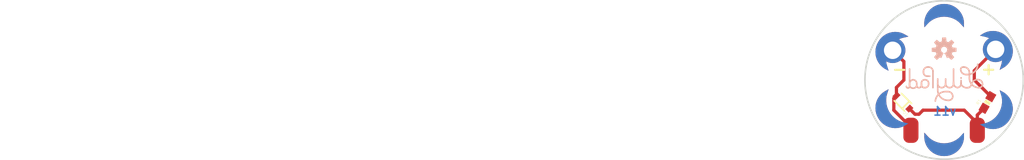
<source format=kicad_pcb>
(kicad_pcb (version 20211014) (generator pcbnew)
  (layers (0 "F.Cu" signal) (31 "B.Cu" signal) (34 "B.Paste" user) (35 "F.Paste" user) (36 "B.SilkS" user "B.Silkscreen") (37 "F.SilkS" user "F.Silkscreen") (38 "B.Mask" user) (39 "F.Mask" user) (44 "Edge.Cuts" user))
  (net 0 "")
  (net 1 "N$1")
  (net 2 "5V")
  (net 3 "GND")
  (footprint "boardEagle:0603-RES" (layer "F.Cu") (at 153.9671 107.8366 60)
    (fp_text reference "R1" (at -0.889 -0.761999 60) (layer "F.SilkS") (effects (font (size 0.373888 0.373888) (thickness 0.032512)) (justify left bottom)))
    (fp_text value "33")
    (fp_poly (pts (xy -0.2286 0.381) (xy 0.2286 0.381) (xy 0.2286 -0.381) (xy -0.2286 -0.381)) (layer "F.SilkS") (width 0) (fill solid))
    (pad "1" smd rect (at -0.85 0 60) (size 1.1 1) (layers "F.Cu" "F.Paste" "F.Mask") (net 1 "N$1"))
    (pad "2" smd rect (at 0.85 0 60) (size 1.1 1) (layers "F.Cu" "F.Paste" "F.Mask") (net 2 "5V"))
  )
  (footprint "boardEagle:PETAL-SMALL-2SIDE" (layer "F.Cu") (at 142.0011 101.2536 -120)
    (fp_text reference "VIBE-0" hide)
    (fp_text value "SEWTAP6" hide)
    (fp_poly (pts (xy -1.854655 -0.173117) (xy -1.587233 0.02496) (xy -1.296131 0.192254) (xy -0.987629 0.324761) (xy -0.665876 0.420699) (xy -0.335186 0.478783) (xy -0.000001 0.49823) (xy 0.335185 0.478783) (xy 0.665875 0.4207) (xy 0.987628 0.324762) (xy 1.29613 0.192254) (xy 1.587231 0.024961) (xy 1.857026 -0.174874) (xy 2.101909 -0.404578) (xy 2.32514 -0.668824) (xy 2.493638 -0.837322) (xy 2.51214 -0.289809) (xy 2.481402 0.029121) (xy 2.409619 0.341384) (xy 2.298003 0.641723) (xy 2.148431 0.925078) (xy 1.963424 1.186677) (xy 1.746098 1.422114) (xy 1.500112 1.627423) (xy 1.22961 1.799149) (xy 0.939146 1.934398) (xy 0.633613 2.030893) (xy 0.318157 2.087007) (xy 0.002347 2.1016) (xy -0.002346 2.1016) (xy -0.318157 2.087008) (xy -0.633613 2.030893) (xy -0.939146 1.934399) (xy -1.22961 1.79915) (xy -1.500112 1.627424) (xy -1.746098 1.422115) (xy -1.963425 1.186678) (xy -2.148432 0.925079) (xy -2.298003 0.641724) (xy -2.409619 0.341385) (xy -2.481402 0.029122) (xy -2.512141 -0.289808) (xy -2.5016 -0.601715) (xy -2.5016 -0.854591)) (layer "F.Cu") (width 0) (fill solid))
    (fp_poly (pts (xy 2.5016 -0.601715) (xy 2.512141 -0.289808) (xy 2.481402 0.029122) (xy 2.409619 0.341385) (xy 2.298003 0.641724) (xy 2.148432 0.925079) (xy 1.963425 1.186678) (xy 1.746098 1.422115) (xy 1.500112 1.627424) (xy 1.22961 1.79915) (xy 0.939146 1.934399) (xy 0.633613 2.030893) (xy 0.318157 2.087008) (xy 0.002346 2.1016) (xy -0.002347 2.1016) (xy -0.318157 2.087007) (xy -0.633613 2.030893) (xy -0.939146 1.934398) (xy -1.22961 1.799149) (xy -1.500112 1.627423) (xy -1.746098 1.422114) (xy -1.963424 1.186677) (xy -2.148431 0.925078) (xy -2.298003 0.641723) (xy -2.409619 0.341384) (xy -2.482146 0.025885) (xy -2.50954 -0.853224) (xy -2.32514 -0.668824) (xy -2.101909 -0.404578) (xy -1.857026 -0.174874) (xy -1.587231 0.024961) (xy -1.29613 0.192254) (xy -0.987628 0.324762) (xy -0.665875 0.4207) (xy -0.335185 0.478783) (xy 0.000001 0.49823) (xy 0.335186 0.478783) (xy 0.665876 0.420699) (xy 0.987629 0.324761) (xy 1.296131 0.192254) (xy 1.587233 0.02496) (xy 1.854655 -0.173117) (xy 2.5016 -0.854591)) (layer "B.Cu") (width 0) (fill solid))
    (pad "1" thru_hole circle (at 0 0 330) (size 3.216 3.216) (drill 2.2) (layers *.Cu *.Mask) (net 3 "GND"))
  )
  (footprint "boardEagle:PETAL-NOHOLE-2SIDE" (layer "F.Cu") (at 142.0011 108.7536 -60)
    (fp_text reference "VIBE1" hide)
    (fp_text value "SEWTAP-NOHOLE2" hide)
    (fp_poly (pts (xy -1.854655 -0.173117) (xy -1.587233 0.02496) (xy -1.296131 0.192254) (xy -0.987629 0.324761) (xy -0.665876 0.420699) (xy -0.335186 0.478783) (xy -0.000001 0.49823) (xy 0.335185 0.478783) (xy 0.665875 0.4207) (xy 0.987628 0.324762) (xy 1.29613 0.192254) (xy 1.587231 0.024961) (xy 1.857026 -0.174874) (xy 2.101909 -0.404578) (xy 2.32514 -0.668824) (xy 2.493638 -0.837322) (xy 2.51214 -0.289809) (xy 2.481402 0.029121) (xy 2.409619 0.341384) (xy 2.298003 0.641723) (xy 2.148431 0.925078) (xy 1.963424 1.186677) (xy 1.746098 1.422114) (xy 1.500112 1.627423) (xy 1.22961 1.799149) (xy 0.939146 1.934398) (xy 0.633613 2.030893) (xy 0.318157 2.087007) (xy 0.002347 2.1016) (xy -0.002346 2.1016) (xy -0.318157 2.087008) (xy -0.633613 2.030893) (xy -0.939146 1.934399) (xy -1.22961 1.79915) (xy -1.500112 1.627424) (xy -1.746098 1.422115) (xy -1.963425 1.186678) (xy -2.148432 0.925079) (xy -2.298003 0.641724) (xy -2.409619 0.341385) (xy -2.481402 0.029122) (xy -2.512141 -0.289808) (xy -2.5016 -0.601715) (xy -2.5016 -0.854591)) (layer "F.Cu") (width 0) (fill solid))
    (fp_poly (pts (xy 2.5016 -0.601715) (xy 2.512141 -0.289808) (xy 2.481402 0.029122) (xy 2.409619 0.341385) (xy 2.298003 0.641724) (xy 2.148432 0.925079) (xy 1.963425 1.186678) (xy 1.746098 1.422115) (xy 1.500112 1.627424) (xy 1.22961 1.79915) (xy 0.939146 1.934399) (xy 0.633613 2.030893) (xy 0.318157 2.087008) (xy 0.002346 2.1016) (xy -0.002347 2.1016) (xy -0.318157 2.087007) (xy -0.633613 2.030893) (xy -0.939146 1.934398) (xy -1.22961 1.799149) (xy -1.500112 1.627423) (xy -1.746098 1.422114) (xy -1.963424 1.186677) (xy -2.148431 0.925078) (xy -2.298003 0.641723) (xy -2.409619 0.341384) (xy -2.482146 0.025885) (xy -2.50954 -0.853224) (xy -2.32514 -0.668824) (xy -2.101909 -0.404578) (xy -1.857026 -0.174874) (xy -1.587231 0.024961) (xy -1.29613 0.192254) (xy -0.987628 0.324762) (xy -0.665875 0.4207) (xy -0.335185 0.478783) (xy 0.000001 0.49823) (xy 0.335186 0.478783) (xy 0.665876 0.420699) (xy 0.987629 0.324761) (xy 1.296131 0.192254) (xy 1.587233 0.02496) (xy 1.854655 -0.173117) (xy 2.5016 -0.854591)) (layer "B.Cu") (width 0) (fill solid))
  )
  (footprint "boardEagle:PETAL-NOHOLE-2SIDE-SPECIAL-W-MASK" (layer "F.Cu") (at 148.5011 112.5036)
    (fp_text reference "VIBE2" hide)
    (fp_text value "SEWTAP-NOHOLEW-MASK" hide)
    (fp_poly (pts (xy -1.854655 -0.173117) (xy -1.587233 0.02496) (xy -1.296131 0.192254) (xy -0.987629 0.324761) (xy -0.665876 0.420699) (xy -0.335186 0.478783) (xy -0.000001 0.49823) (xy 0.335185 0.478783) (xy 0.665875 0.4207) (xy 0.987628 0.324762) (xy 1.29613 0.192254) (xy 1.587231 0.024961) (xy 1.857026 -0.174874) (xy 2.101909 -0.404578) (xy 2.32514 -0.668824) (xy 2.493638 -0.837322) (xy 2.51214 -0.289809) (xy 2.481402 0.029121) (xy 2.409619 0.341384) (xy 2.298003 0.641723) (xy 2.148431 0.925078) (xy 1.963424 1.186677) (xy 1.746098 1.422114) (xy 1.500112 1.627423) (xy 1.22961 1.799149) (xy 0.939146 1.934398) (xy 0.633613 2.030893) (xy 0.318157 2.087007) (xy 0.002347 2.1016) (xy -0.002346 2.1016) (xy -0.318157 2.087008) (xy -0.633613 2.030893) (xy -0.939146 1.934399) (xy -1.22961 1.79915) (xy -1.500112 1.627424) (xy -1.746098 1.422115) (xy -1.963425 1.186678) (xy -2.148432 0.925079) (xy -2.298003 0.641724) (xy -2.409619 0.341385) (xy -2.481402 0.029122) (xy -2.512141 -0.289808) (xy -2.5016 -0.601715) (xy -2.5016 -0.854591)) (layer "F.Cu") (width 0) (fill solid))
    (fp_poly (pts (xy 2.5016 -0.601715) (xy 2.512141 -0.289808) (xy 2.481402 0.029122) (xy 2.409619 0.341385) (xy 2.298003 0.641724) (xy 2.148432 0.925079) (xy 1.963425 1.186678) (xy 1.746098 1.422115) (xy 1.500112 1.627424) (xy 1.22961 1.79915) (xy 0.939146 1.934399) (xy 0.633613 2.030893) (xy 0.318157 2.087008) (xy 0.002346 2.1016) (xy -0.002347 2.1016) (xy -0.318157 2.087007) (xy -0.633613 2.030893) (xy -0.939146 1.934398) (xy -1.22961 1.799149) (xy -1.500112 1.627423) (xy -1.746098 1.422114) (xy -1.963424 1.186677) (xy -2.148431 0.925078) (xy -2.298003 0.641723) (xy -2.409619 0.341384) (xy -2.482146 0.025885) (xy -2.50954 -0.853224) (xy -2.32514 -0.668824) (xy -2.101909 -0.404578) (xy -1.857026 -0.174874) (xy -1.587231 0.024961) (xy -1.29613 0.192254) (xy -0.987628 0.324762) (xy -0.665875 0.4207) (xy -0.335185 0.478783) (xy 0.000001 0.49823) (xy 0.335186 0.478783) (xy 0.665876 0.420699) (xy 0.987629 0.324761) (xy 1.296131 0.192254) (xy 1.587233 0.02496) (xy 1.854655 -0.173117) (xy 2.5016 -0.854591)) (layer "B.Cu") (width 0) (fill solid))
  )
  (footprint "boardEagle:VIBE-MOTOR-10MM-SMD" (layer "F.Cu") (at 148.5011 104.1146)
    (fp_text reference "M1" hide)
    (fp_text value "MOTORSMD" hide)
    (pad "P$1" smd roundrect (at 4.191 7.239 90) (size 3.175 1.905) (layers "F.Cu" "F.Paste" "F.Mask") (roundrect_rratio 0.375) (net 1 "N$1"))
    (pad "P$2" smd roundrect (at -4.191 7.239 90) (size 3.175 1.905) (layers "F.Cu" "F.Paste" "F.Mask") (roundrect_rratio 0.375) (net 3 "GND"))
  )
  (footprint "boardEagle:PETAL-NOHOLE-2SIDE" (layer "F.Cu") (at 155.0011 108.8736 60)
    (fp_text reference "VIBE3" hide)
    (fp_text value "SEWTAP-NOHOLE2" hide)
    (fp_poly (pts (xy -1.854655 -0.173117) (xy -1.587233 0.02496) (xy -1.296131 0.192254) (xy -0.987629 0.324761) (xy -0.665876 0.420699) (xy -0.335186 0.478783) (xy -0.000001 0.49823) (xy 0.335185 0.478783) (xy 0.665875 0.4207) (xy 0.987628 0.324762) (xy 1.29613 0.192254) (xy 1.587231 0.024961) (xy 1.857026 -0.174874) (xy 2.101909 -0.404578) (xy 2.32514 -0.668824) (xy 2.493638 -0.837322) (xy 2.51214 -0.289809) (xy 2.481402 0.029121) (xy 2.409619 0.341384) (xy 2.298003 0.641723) (xy 2.148431 0.925078) (xy 1.963424 1.186677) (xy 1.746098 1.422114) (xy 1.500112 1.627423) (xy 1.22961 1.799149) (xy 0.939146 1.934398) (xy 0.633613 2.030893) (xy 0.318157 2.087007) (xy 0.002347 2.1016) (xy -0.002346 2.1016) (xy -0.318157 2.087008) (xy -0.633613 2.030893) (xy -0.939146 1.934399) (xy -1.22961 1.79915) (xy -1.500112 1.627424) (xy -1.746098 1.422115) (xy -1.963425 1.186678) (xy -2.148432 0.925079) (xy -2.298003 0.641724) (xy -2.409619 0.341385) (xy -2.481402 0.029122) (xy -2.512141 -0.289808) (xy -2.5016 -0.601715) (xy -2.5016 -0.854591)) (layer "F.Cu") (width 0) (fill solid))
    (fp_poly (pts (xy 2.5016 -0.601715) (xy 2.512141 -0.289808) (xy 2.481402 0.029122) (xy 2.409619 0.341385) (xy 2.298003 0.641724) (xy 2.148432 0.925079) (xy 1.963425 1.186678) (xy 1.746098 1.422115) (xy 1.500112 1.627424) (xy 1.22961 1.79915) (xy 0.939146 1.934399) (xy 0.633613 2.030893) (xy 0.318157 2.087008) (xy 0.002346 2.1016) (xy -0.002347 2.1016) (xy -0.318157 2.087007) (xy -0.633613 2.030893) (xy -0.939146 1.934398) (xy -1.22961 1.799149) (xy -1.500112 1.627423) (xy -1.746098 1.422114) (xy -1.963424 1.186677) (xy -2.148431 0.925078) (xy -2.298003 0.641723) (xy -2.409619 0.341384) (xy -2.482146 0.025885) (xy -2.50954 -0.853224) (xy -2.32514 -0.668824) (xy -2.101909 -0.404578) (xy -1.857026 -0.174874) (xy -1.587231 0.024961) (xy -1.29613 0.192254) (xy -0.987628 0.324762) (xy -0.665875 0.4207) (xy -0.335185 0.478783) (xy 0.000001 0.49823) (xy 0.335186 0.478783) (xy 0.665876 0.420699) (xy 0.987629 0.324761) (xy 1.296131 0.192254) (xy 1.587233 0.02496) (xy 1.854655 -0.173117) (xy 2.5016 -0.854591)) (layer "B.Cu") (width 0) (fill solid))
  )
  (footprint "boardEagle:CREATIVE_COMMONS" (layer "F.Cu") (at 49.620044 105.0036)
    (fp_text reference "FRAME1" hide)
    (fp_text value "FRAME-LETTER" hide)
  )
  (footprint "boardEagle:PETAL-SMALL-2SIDE" (layer "F.Cu") (at 155.0011 101.1336 120)
    (fp_text reference "VIBE+0" hide)
    (fp_text value "SEWTAP6" hide)
    (fp_poly (pts (xy -1.854655 -0.173117) (xy -1.587233 0.02496) (xy -1.296131 0.192254) (xy -0.987629 0.324761) (xy -0.665876 0.420699) (xy -0.335186 0.478783) (xy -0.000001 0.49823) (xy 0.335185 0.478783) (xy 0.665875 0.4207) (xy 0.987628 0.324762) (xy 1.29613 0.192254) (xy 1.587231 0.024961) (xy 1.857026 -0.174874) (xy 2.101909 -0.404578) (xy 2.32514 -0.668824) (xy 2.493638 -0.837322) (xy 2.51214 -0.289809) (xy 2.481402 0.029121) (xy 2.409619 0.341384) (xy 2.298003 0.641723) (xy 2.148431 0.925078) (xy 1.963424 1.186677) (xy 1.746098 1.422114) (xy 1.500112 1.627423) (xy 1.22961 1.799149) (xy 0.939146 1.934398) (xy 0.633613 2.030893) (xy 0.318157 2.087007) (xy 0.002347 2.1016) (xy -0.002346 2.1016) (xy -0.318157 2.087008) (xy -0.633613 2.030893) (xy -0.939146 1.934399) (xy -1.22961 1.79915) (xy -1.500112 1.627424) (xy -1.746098 1.422115) (xy -1.963425 1.186678) (xy -2.148432 0.925079) (xy -2.298003 0.641724) (xy -2.409619 0.341385) (xy -2.481402 0.029122) (xy -2.512141 -0.289808) (xy -2.5016 -0.601715) (xy -2.5016 -0.854591)) (layer "F.Cu") (width 0) (fill solid))
    (fp_poly (pts (xy 2.5016 -0.601715) (xy 2.512141 -0.289808) (xy 2.481402 0.029122) (xy 2.409619 0.341385) (xy 2.298003 0.641724) (xy 2.148432 0.925079) (xy 1.963425 1.186678) (xy 1.746098 1.422115) (xy 1.500112 1.627424) (xy 1.22961 1.79915) (xy 0.939146 1.934399) (xy 0.633613 2.030893) (xy 0.318157 2.087008) (xy 0.002346 2.1016) (xy -0.002347 2.1016) (xy -0.318157 2.087007) (xy -0.633613 2.030893) (xy -0.939146 1.934398) (xy -1.22961 1.799149) (xy -1.500112 1.627423) (xy -1.746098 1.422114) (xy -1.963424 1.186677) (xy -2.148431 0.925078) (xy -2.298003 0.641723) (xy -2.409619 0.341384) (xy -2.482146 0.025885) (xy -2.50954 -0.853224) (xy -2.32514 -0.668824) (xy -2.101909 -0.404578) (xy -1.857026 -0.174874) (xy -1.587231 0.024961) (xy -1.29613 0.192254) (xy -0.987628 0.324762) (xy -0.665875 0.4207) (xy -0.335185 0.478783) (xy 0.000001 0.49823) (xy 0.335186 0.478783) (xy 0.665876 0.420699) (xy 0.987629 0.324761) (xy 1.296131 0.192254) (xy 1.587233 0.02496) (xy 1.854655 -0.173117) (xy 2.5016 -0.854591)) (layer "B.Cu") (width 0) (fill solid))
    (pad "1" thru_hole circle (at 0 0 210) (size 3.216 3.216) (drill 2.2) (layers *.Cu *.Mask) (net 2 "5V"))
  )
  (footprint "boardEagle:SOD-323" (layer "F.Cu") (at 143.2941 107.7976 135)
    (fp_text reference "D1" (at -0.888999 -1.016 135) (layer "F.SilkS") (effects (font (size 0.373888 0.373888) (thickness 0.032512)) (justify left bottom)))
    (fp_text value "")
    (fp_line (start -0.5 -0.65) (end 0.9 -0.65) (layer "F.SilkS") (width 0.2032))
    (fp_line (start -0.9 0.65) (end -0.5 0.65) (layer "F.SilkS") (width 0.2032))
    (fp_line (start -0.5 0.65) (end 0.9 0.65) (layer "F.SilkS") (width 0.2032))
    (fp_line (start -0.9 -0.65) (end -0.5 -0.65) (layer "F.SilkS") (width 0.2032))
    (fp_line (start -0.5 -0.65) (end -0.5 0.65) (layer "F.SilkS") (width 0.2032))
    (pad "1" smd rect (at -1.15 0 135) (size 0.63 0.83) (layers "F.Cu" "F.Paste" "F.Mask") (net 1 "N$1"))
    (pad "2" smd rect (at 1.15 0 135) (size 0.63 0.83) (layers "F.Cu" "F.Paste" "F.Mask") (net 3 "GND"))
  )
  (footprint "boardEagle:PETAL-NOHOLE-2SIDE" (layer "F.Cu") (at 148.5011 97.5036 180)
    (fp_text reference "VIBE4" hide)
    (fp_text value "SEWTAP-NOHOLE2" hide)
    (fp_poly (pts (xy -1.854655 -0.173117) (xy -1.587233 0.02496) (xy -1.296131 0.192254) (xy -0.987629 0.324761) (xy -0.665876 0.420699) (xy -0.335186 0.478783) (xy -0.000001 0.49823) (xy 0.335185 0.478783) (xy 0.665875 0.4207) (xy 0.987628 0.324762) (xy 1.29613 0.192254) (xy 1.587231 0.024961) (xy 1.857026 -0.174874) (xy 2.101909 -0.404578) (xy 2.32514 -0.668824) (xy 2.493638 -0.837322) (xy 2.51214 -0.289809) (xy 2.481402 0.029121) (xy 2.409619 0.341384) (xy 2.298003 0.641723) (xy 2.148431 0.925078) (xy 1.963424 1.186677) (xy 1.746098 1.422114) (xy 1.500112 1.627423) (xy 1.22961 1.799149) (xy 0.939146 1.934398) (xy 0.633613 2.030893) (xy 0.318157 2.087007) (xy 0.002347 2.1016) (xy -0.002346 2.1016) (xy -0.318157 2.087008) (xy -0.633613 2.030893) (xy -0.939146 1.934399) (xy -1.22961 1.79915) (xy -1.500112 1.627424) (xy -1.746098 1.422115) (xy -1.963425 1.186678) (xy -2.148432 0.925079) (xy -2.298003 0.641724) (xy -2.409619 0.341385) (xy -2.481402 0.029122) (xy -2.512141 -0.289808) (xy -2.5016 -0.601715) (xy -2.5016 -0.854591)) (layer "F.Cu") (width 0) (fill solid))
    (fp_poly (pts (xy 2.5016 -0.601715) (xy 2.512141 -0.289808) (xy 2.481402 0.029122) (xy 2.409619 0.341385) (xy 2.298003 0.641724) (xy 2.148432 0.925079) (xy 1.963425 1.186678) (xy 1.746098 1.422115) (xy 1.500112 1.627424) (xy 1.22961 1.79915) (xy 0.939146 1.934399) (xy 0.633613 2.030893) (xy 0.318157 2.087008) (xy 0.002346 2.1016) (xy -0.002347 2.1016) (xy -0.318157 2.087007) (xy -0.633613 2.030893) (xy -0.939146 1.934398) (xy -1.22961 1.799149) (xy -1.500112 1.627423) (xy -1.746098 1.422114) (xy -1.963424 1.186677) (xy -2.148431 0.925078) (xy -2.298003 0.641723) (xy -2.409619 0.341384) (xy -2.482146 0.025885) (xy -2.50954 -0.853224) (xy -2.32514 -0.668824) (xy -2.101909 -0.404578) (xy -1.857026 -0.174874) (xy -1.587231 0.024961) (xy -1.29613 0.192254) (xy -0.987628 0.324762) (xy -0.665875 0.4207) (xy -0.335185 0.478783) (xy 0.000001 0.49823) (xy 0.335186 0.478783) (xy 0.665876 0.420699) (xy 0.987629 0.324761) (xy 1.296131 0.192254) (xy 1.587233 0.02496) (xy 1.854655 -0.173117) (xy 2.5016 -0.854591)) (layer "B.Cu") (width 0) (fill solid))
  )
  (footprint "boardEagle:LOGO-LILYPAD" (layer "B.Cu") (at 148.5011 105.0036 180)
    (fp_text reference "U$2" hide)
    (fp_text value "LOGO-LPLP" hide)
    (fp_line (start 0.81 -0.465) (end 0.81 0.135) (layer "B.SilkS") (width 0.2032))
    (fp_line (start 0.81 -1.265) (end 0.81 -0.465) (layer "B.SilkS") (width 0.2032))
    (fp_line (start 2.36 0.035) (end 2.46 0.035) (layer "B.SilkS") (width 0.2032))
    (fp_line (start -2.94 0.685) (end -2.79 0.685) (layer "B.SilkS") (width 0.2032))
    (fp_line (start 2.11 0.485) (end 1.81 0.485) (layer "B.SilkS") (width 0.2032))
    (fp_line (start -0.49 -1.465) (end -0.29 -1.465) (layer "B.SilkS") (width 0.2032))
    (fp_line (start 2.61 1.135) (end 2.61 0.935) (layer "B.SilkS") (width 0.2032))
    (fp_line (start -1.19 -0.265) (end -1.19 1.385) (layer "B.SilkS") (width 0.2032))
    (fp_line (start -2.14 0.235) (end -2.14 0.285) (layer "B.SilkS") (width 0.2032))
    (fp_line (start -0.59 -2.565) (end -0.49 -2.565) (layer "B.SilkS") (width 0.2032))
    (fp_line (start 3.46 -0.715) (end 3.46 -0.465) (layer "B.SilkS") (width 0.2032))
    (fp_line (start -0.19 -0.465) (end -0.19 0.135) (layer "B.SilkS") (width 0.2032))
    (fp_line (start 3.46 -0.765) (end 3.46 -0.715) (layer "B.SilkS") (width 0.2032))
    (fp_line (start -2.14 -0.365) (end -2.14 -0.065) (layer "B.SilkS") (width 0.2032))
    (fp_line (start 2.56 -0.965) (end 2.36 -0.965) (layer "B.SilkS") (width 0.2032))
    (fp_line (start 4.36 -0.715) (end 4.36 -0.815) (layer "B.SilkS") (width 0.2032))
    (fp_line (start -1.19 -0.465) (end -1.19 -0.415) (layer "B.SilkS") (width 0.2032))
    (fp_line (start 2.86 -0.365) (end 2.86 -0.565) (layer "B.SilkS") (width 0.2032))
    (fp_line (start -2.49 1.635) (end -2.39 1.635) (layer "B.SilkS") (width 0.2032))
    (fp_line (start 4.36 -0.615) (end 4.36 1.385) (layer "B.SilkS") (width 0.2032))
    (fp_line (start 1.41 -0.965) (end 1.41 1.135) (layer "B.SilkS") (width 0.2032))
    (fp_line (start -3.19 0.235) (end -3.19 0.935) (layer "B.SilkS") (width 0.2032))
    (fp_line (start -2.14 -0.365) (end -2.14 -0.515) (layer "B.SilkS") (width 0.2032))
    (fp_arc (start 2.609999 1.134999) (mid 2.413529 1.509234) (end 2.01 1.635) (layer "B.SilkS") (width 0.2032))
    (fp_arc (start 4.56 -1.015) (mid 4.701421 -0.956421) (end 4.76 -0.815) (layer "B.SilkS") (width 0.2032))
    (fp_arc (start 2.01 1.635) (mid 1.606447 1.509264) (end 1.41 1.135) (layer "B.SilkS") (width 0.2032))
    (fp_arc (start 4.059999 -1.015) (mid 4.251547 -0.906548) (end 4.36 -0.715) (layer "B.SilkS") (width 0.2032))
    (fp_arc (start 0.31 -0.965) (mid 0.663553 -0.818553) (end 0.81 -0.465) (layer "B.SilkS") (width 0.2032))
    (fp_arc (start -4.24 1.985) (mid -3.859239 1.065761) (end -2.94 0.685) (layer "B.SilkS") (width 0.2032))
    (fp_arc (start -1.09 -2.065) (mid -0.943553 -2.418553) (end -0.59 -2.565) (layer "B.SilkS") (width 0.2032))
    (fp_arc (start -0.69 -0.965) (mid -0.336447 -0.818553) (end -0.19 -0.465) (layer "B.SilkS") (width 0.2032))
    (fp_arc (start -2.14 -0.365) (mid -2.039264 -0.758198) (end -1.69 -0.965) (layer "B.SilkS") (width 0.2032))
    (fp_arc (start 3.46 -0.715) (mid 3.697868 -0.989264) (end 4.06 -1.015) (layer "B.SilkS") (width 0.2032))
    (fp_arc (start -0.19 -0.465) (mid -0.043553 -0.818553) (end 0.31 -0.965) (layer "B.SilkS") (width 0.2032))
    (fp_arc (start 2.86 -0.565) (mid 2.902157 -0.816777) (end 3.11 -0.965) (layer "B.SilkS") (width 0.2032))
    (fp_arc (start 3.91 0.035) (mid 3.581447 -0.121802) (end 3.46 -0.465) (layer "B.SilkS") (width 0.2032))
    (fp_arc (start -1.690001 -0.965) (mid -1.338239 -0.782511) (end -1.19 -0.415) (layer "B.SilkS") (width 0.2032))
    (fp_arc (start 4.36 -0.515) (mid 4.248909 -0.146802) (end 3.91 0.035) (layer "B.SilkS") (width 0.2032))
    (fp_arc (start -4.84 -0.565) (mid -4.697843 -0.858198) (end -4.39 -0.965) (layer "B.SilkS") (width 0.2032))
    (fp_arc (start -4.39 0.035) (mid -4.739264 -0.171802) (end -4.84 -0.565) (layer "B.SilkS") (width 0.2032))
    (fp_arc (start 2.86 -0.365) (mid 2.742843 -0.082157) (end 2.46 0.035) (layer "B.SilkS") (width 0.2032))
    (fp_arc (start -0.489999 -1.464999) (mid -0.914264 -1.640735) (end -1.09 -2.065) (layer "B.SilkS") (width 0.2032))
    (fp_arc (start -2.79 0.685) (mid -2.305381 0.865025) (end -2.09 1.335) (layer "B.SilkS") (width 0.2032))
    (fp_arc (start -2.09 1.335) (mid -2.177868 1.547132) (end -2.39 1.635) (layer "B.SilkS") (width 0.2032))
    (fp_arc (start 1.959999 -0.464999) (mid 2.056446 -0.797842) (end 2.36 -0.965) (layer "B.SilkS") (width 0.2032))
    (fp_arc (start -4.39 -0.965) (mid -3.541472 -0.613528) (end -3.19 0.235) (layer "B.SilkS") (width 0.2032))
    (fp_arc (start -1.19 -0.415) (mid -1.187119 -0.34) (end -1.19 -0.265) (layer "B.SilkS") (width 0.2032))
    (fp_arc (start -3.190001 -0.914999) (mid -2.582158 -0.932462) (end -2.14 -0.515) (layer "B.SilkS") (width 0.2032))
    (fp_arc (start 4.36 -0.715) (mid 4.372311 -0.615) (end 4.36 -0.515) (layer "B.SilkS") (width 0.2032))
    (fp_arc (start 2.56 -0.965) (mid 2.792843 -0.827132) (end 2.86 -0.565) (layer "B.SilkS") (width 0.2032))
    (fp_arc (start 1.11 -2.665) (mid 0.658528 -1.775051) (end -0.29 -1.465) (layer "B.SilkS") (width 0.2032))
    (fp_arc (start 4.36 -0.815) (mid 4.418579 -0.956421) (end 4.56 -1.015) (layer "B.SilkS") (width 0.2032))
    (fp_arc (start 3.11 -0.965) (mid 3.326421 -0.937487) (end 3.46 -0.765) (layer "B.SilkS") (width 0.2032))
    (fp_arc (start -1.19 -0.465) (mid -1.043553 -0.818553) (end -0.69 -0.965) (layer "B.SilkS") (width 0.2032))
    (fp_arc (start -3.44 -0.565) (mid -3.222842 -0.889264) (end -2.839999 -0.964999) (layer "B.SilkS") (width 0.2032))
    (fp_arc (start 2.109999 0.484999) (mid 2.453171 0.606475) (end 2.61 0.935) (layer "B.SilkS") (width 0.2032))
    (fp_arc (start -3.44 -0.565) (mid -3.790736 -0.068249) (end -4.39 0.035) (layer "B.SilkS") (width 0.2032))
    (fp_arc (start 2.36 0.035) (mid 2.056447 -0.132157) (end 1.96 -0.465) (layer "B.SilkS") (width 0.2032))
    (fp_arc (start -0.49 -2.565) (mid 0.429239 -2.184239) (end 0.81 -1.265) (layer "B.SilkS") (width 0.2032))
    (fp_arc (start -2.49 1.635) (mid -2.984975 1.429975) (end -3.19 0.935) (layer "B.SilkS") (width 0.2032))
  )
  (footprint "boardEagle:OSHW-LOGO-S" (layer "B.Cu") (at 148.5011 101.1936 180)
    (fp_text reference "LOGO1" hide)
    (fp_text value "OSHW-LOGOS" hide)
    (fp_poly (pts (xy 0.301647 1.061351) (xy 0.42347 1.022344) (xy 0.537177 0.963769) (xy 0.92862 1.282946) (xy 1.282946 0.92862) (xy 0.961035 0.533823) (xy 1.057046 0.302084) (xy 1.5638 0.250561) (xy 1.5638 -0.250561) (xy 1.057046 -0.302084) (xy 0.961035 -0.533823) (xy 1.282946 -0.92862) (xy 0.92862 -1.282946) (xy 0.537177 -0.96377) (xy 0.356601 -1.056794) (xy 0.088679 -0.410073) (xy 0.326262 -0.2176) (xy 0.373649 -0.121468) (xy 0.392729 -0.010339) (xy 0.379464 0.101634) (xy 0.334947 0.205229) (xy 0.262842 0.291918) (xy 0.169087 0.354561) (xy 0.061406 0.387999) (xy -0.051342 0.38948) (xy -0.159868 0.358881) (xy -0.255234 0.298724) (xy -0.329589 0.213962) (xy -0.376813 0.111569) (xy -0.392176 0.005767) (xy -0.322923 -0.222565) (xy -0.249312 -0.303773) (xy 0.091677 -0.5081) (xy -0.12929 -0.5081) (xy -0.355332 -1.053732) (xy -0.506597 -0.983577) (xy -0.538922 -0.965192) (xy -0.92862 -1.282946) (xy -1.282946 -0.92862) (xy -0.961035 -0.533823) (xy -1.057046 -0.302084) (xy -1.5638 -0.250561) (xy -1.5638 0.250561) (xy -1.057046 0.302084) (xy -0.961035 0.533823) (xy -1.282946 0.92862) (xy -0.92862 1.282946) (xy -0.533823 0.961035) (xy -0.302084 1.057046) (xy -0.250561 1.5638) (xy 0.250561 1.5638)) (layer "B.SilkS") (width 0) (fill solid))
  )
  (gr_circle (center 148.5011 105.0036) (end 158.5011 105.0036) (layer "Edge.Cuts") (width 0.2032) (fill none))
  (gr_text "v11" (at 150.1521 109.5756) (layer "B.Cu") (effects (font (size 1.0795 1.0795) (thickness 0.1905)) (justify left bottom mirror)))
  (gr_text "+" (at 155.2321 102.7176) (layer "F.SilkS") (effects (font (size 1.5113 1.5113) (thickness 0.2667)) (justify right top)))
  (gr_text "-" (at 141.7701 104.4956) (layer "F.SilkS") (effects (font (size 1.5113 1.5113) (thickness 0.2667)) (justify left bottom)))
  (segment (start 152.6921 109.422718) (end 153.5421 108.572718) (width 0.4064) (layer "F.Cu") (net 1))
  (segment (start 145.3261 109.3216) (end 144.818104 109.3216) (width 0.4064) (layer "F.Cu") (net 1))
  (segment (start 152.6921 110.4646) (end 151.0411 108.8136) (width 0.4064) (layer "F.Cu") (net 1))
  (segment (start 145.8341 108.8136) (end 145.3261 109.3216) (width 0.4064) (layer "F.Cu") (net 1))
  (segment (start 144.818104 109.3216) (end 144.107275 108.610771) (width 0.4064) (layer "F.Cu") (net 1))
  (segment (start 152.6921 111.3536) (end 152.6921 110.4646) (width 0.4064) (layer "F.Cu") (net 1))
  (segment (start 151.0411 108.8136) (end 145.8341 108.8136) (width 0.4064) (layer "F.Cu") (net 1))
  (segment (start 152.6921 111.3536) (end 152.6921 109.422718) (width 0.4064) (layer "F.Cu") (net 1))
  (segment (start 152.3111 103.8236) (end 155.0011 101.1336) (width 0.4064) (layer "F.Cu") (net 2))
  (segment (start 152.3111 105.0036) (end 152.3111 103.8236) (width 0.4064) (layer "F.Cu") (net 2))
  (segment (start 154.3921 107.0846) (end 152.3111 105.0036) (width 0.4064) (layer "F.Cu") (net 2))
  (segment (start 154.3921 107.100478) (end 154.3921 107.0846) (width 0.4064) (layer "F.Cu") (net 2))
  (segment (start 144.3101 111.3536) (end 144.3101 110.9726) (width 0.4064) (layer "F.Cu") (net 3))
  (segment (start 142.480929 106.984425) (end 142.480929 105.943771) (width 0.4064) (layer "F.Cu") (net 3))
  (segment (start 143.4211 102.6736) (end 142.0011 101.2536) (width 0.4064) (layer "F.Cu") (net 3))
  (segment (start 142.1511 108.8136) (end 142.1511 107.314253) (width 0.4064) (layer "F.Cu") (net 3))
  (segment (start 143.4211 105.0036) (end 143.4211 102.6736) (width 0.4064) (layer "F.Cu") (net 3))
  (segment (start 144.3101 110.9726) (end 142.1511 108.8136) (width 0.4064) (layer "F.Cu") (net 3))
  (segment (start 142.480929 105.943771) (end 143.4211 105.0036) (width 0.4064) (layer "F.Cu") (net 3))
  (segment (start 142.1511 107.314253) (end 142.480929 106.984425) (width 0.4064) (layer "F.Cu") (net 3))
)
</source>
